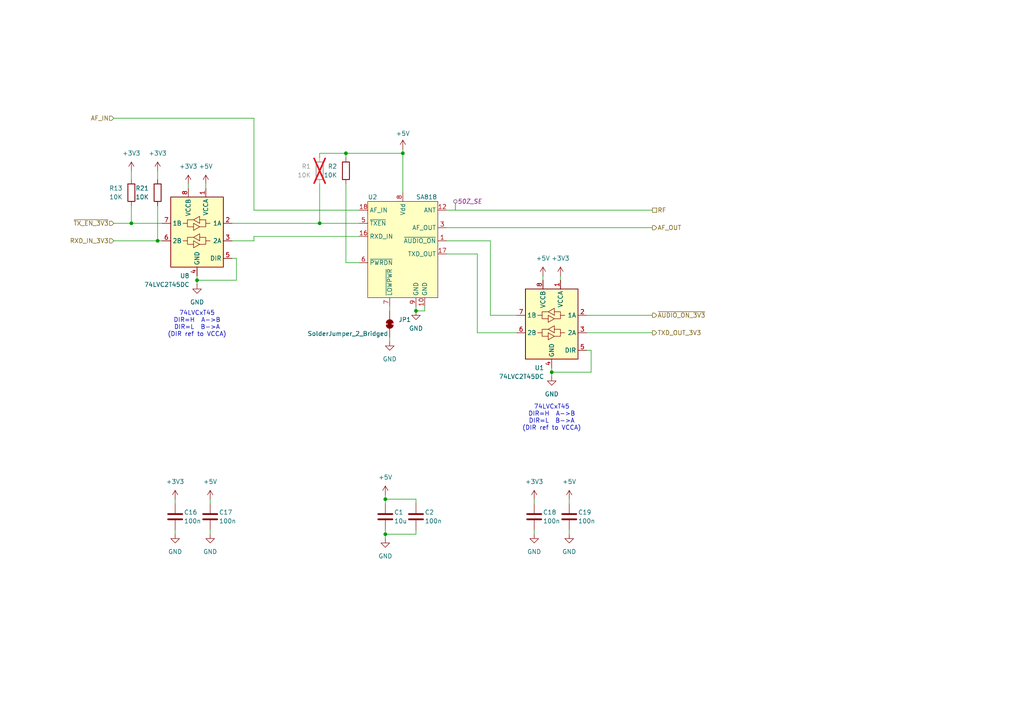
<source format=kicad_sch>
(kicad_sch (version 20231120) (generator "eeschema") (generator_version "8.0")
  (paper "A4")
  (title_block (title "RPi SA818 Hat") (rev "0.1") (company "Murgatroid Heavy Industries, LLC"))
  (lib_symbols
    (symbol "Device:C" (pin_numbers hide) (pin_names (offset 0.254))
      (property "Reference" "C" (at 0.635 2.54 0))
      (property "Value" "C" (at 0.635 -2.54 0))
      (symbol "C_0_1"
        (polyline (pts (xy -2.032 -0.762) (xy 2.032 -0.762)) (stroke (width 0.508)))
        (polyline (pts (xy -2.032 0.762) (xy 2.032 0.762)) (stroke (width 0.508)))
      )
      (symbol "C_1_1"
        (pin passive line (at 0 3.81 270) (length 2.794) (name "~") (number "1"))
        (pin passive line (at 0 -3.81 90) (length 2.794) (name "~") (number "2"))
      )
    )
    (symbol "Device:R" (pin_numbers hide) (pin_names (offset 0))
      (property "Reference" "R" (at 2.032 0 90))
      (property "Value" "R" (at 0 0 90))
      (symbol "R_0_1"
        (rectangle (start -1.016 -2.54) (end 1.016 2.54) (stroke (width 0.254)))
      )
      (symbol "R_1_1"
        (pin passive line (at 0 3.81 270) (length 1.27) (name "~") (number "1"))
        (pin passive line (at 0 -3.81 90) (length 1.27) (name "~") (number "2"))
      )
    )
    (symbol "Jumper:SolderJumper_2_Bridged" (pin_numbers hide) (pin_names (offset 0) hide) (exclude_from_sim yes) (in_bom no)
      (property "Reference" "JP" (at 0 2.032 0))
      (property "Value" "SolderJumper_2_Bridged" (at 0 -2.54 0))
      (symbol "SolderJumper_2_Bridged_0_1"
        (rectangle (start -0.508 0.508) (end 0.508 -0.508) (fill (type outline)))
        (arc (start -0.254 1.016) (mid -1.2656 0) (end -0.254 -1.016))
        (arc (start -0.254 1.016) (mid -1.2656 0) (end -0.254 -1.016) (fill (type outline)))
        (polyline (pts (xy -0.254 1.016) (xy -0.254 -1.016)))
        (polyline (pts (xy 0.254 1.016) (xy 0.254 -1.016)))
        (arc (start 0.254 -1.016) (mid 1.2656 0) (end 0.254 1.016))
        (arc (start 0.254 -1.016) (mid 1.2656 0) (end 0.254 1.016) (fill (type outline)))
      )
      (symbol "SolderJumper_2_Bridged_1_1"
        (pin passive line (at -3.81 0 0) (length 2.54) (name "A") (number "1"))
        (pin passive line (at 3.81 0 180) (length 2.54) (name "B") (number "2"))
      )
    )
    (symbol "Logic_LevelTranslator:74LVC2T45DC"
      (property "Reference" "U" (at 6.35 -11.43 0))
      (property "Value" "74LVC2T45DC" (at 10.16 11.43 0))
      (symbol "74LVC2T45DC_1_1"
        (rectangle (start -7.62 10.16) (end 7.62 -10.16) (stroke (width 0.254)) (fill (type background)))
        (polyline (pts (xy -2.54 -2.54) (xy -2.54 -1.524) (xy -0.762 -1.524)))
        (polyline (pts (xy -2.54 2.54) (xy -2.54 3.556) (xy -0.762 3.556)))
        (polyline (pts (xy 2.794 -2.54) (xy 2.794 -3.556) (xy 1.016 -3.556)))
        (polyline (pts (xy 2.794 2.54) (xy 2.794 1.524) (xy 1.016 1.524)))
        (polyline (pts (xy -0.762 -3.556) (xy -2.54 -3.556) (xy -2.54 -2.54) (xy -3.81 -2.54)))
        (polyline (pts (xy -0.762 -2.54) (xy -0.762 -0.508) (xy 1.016 -1.524) (xy -0.762 -2.54)))
        (polyline (pts (xy -0.762 1.524) (xy -2.54 1.524) (xy -2.54 2.54) (xy -3.81 2.54)))
        (polyline (pts (xy -0.762 2.54) (xy -0.762 4.572) (xy 1.016 3.556) (xy -0.762 2.54)))
        (polyline (pts (xy 1.016 -1.524) (xy 2.794 -1.524) (xy 2.794 -2.54) (xy 4.064 -2.54)))
        (polyline (pts (xy 1.016 3.556) (xy 2.794 3.556) (xy 2.794 2.54) (xy 4.064 2.54)))
        (polyline (pts (xy 1.016 -2.54) (xy 1.016 -4.318) (xy 1.016 -4.572) (xy -0.762 -3.556) (xy 1.016 -2.54)))
        (polyline (pts (xy 1.016 2.54) (xy 1.016 0.762) (xy 1.016 0.508) (xy -0.762 1.524) (xy 1.016 2.54)))
        (pin power_in line (at -2.54 12.7 270) (length 2.54) (name "VCCA") (number "1"))
        (pin bidirectional line (at -10.16 2.54 0) (length 2.54) (name "1A") (number "2"))
        (pin bidirectional line (at -10.16 -2.54 0) (length 2.54) (name "2A") (number "3"))
        (pin power_in line (at 0 -12.7 90) (length 2.54) (name "GND") (number "4"))
        (pin input line (at -10.16 -7.62 0) (length 2.54) (name "DIR") (number "5"))
        (pin bidirectional line (at 10.16 -2.54 180) (length 2.54) (name "2B") (number "6"))
        (pin bidirectional line (at 10.16 2.54 180) (length 2.54) (name "1B") (number "7"))
        (pin power_in line (at 2.54 12.7 270) (length 2.54) (name "VCCB") (number "8"))
      )
    )
    (symbol "power:+3V3" (power) (pin_numbers hide) (pin_names (offset 0) hide)
      (property "Value" "+3V3" (at 0 3.556 0))
      (symbol "+3V3_0_1"
        (polyline (pts (xy -0.762 1.27) (xy 0 2.54)))
        (polyline (pts (xy 0 0) (xy 0 2.54)))
        (polyline (pts (xy 0 2.54) (xy 0.762 1.27)))
      )
      (symbol "+3V3_1_1"
        (pin power_in line (at 0 0 90) (length 0) (name "~") (number "1"))
      )
    )
    (symbol "power:+5V" (power) (pin_numbers hide) (pin_names (offset 0) hide)
      (property "Value" "+5V" (at 0 3.556 0))
      (symbol "+5V_0_1"
        (polyline (pts (xy -0.762 1.27) (xy 0 2.54)))
        (polyline (pts (xy 0 0) (xy 0 2.54)))
        (polyline (pts (xy 0 2.54) (xy 0.762 1.27)))
      )
      (symbol "+5V_1_1"
        (pin power_in line (at 0 0 90) (length 0) (name "~") (number "1"))
      )
    )
    (symbol "power:GND" (power) (pin_numbers hide) (pin_names (offset 0) hide)
      (property "Value" "GND" (at 0 -3.81 0))
      (symbol "GND_0_1"
        (polyline (pts (xy 0 0) (xy 0 -1.27) (xy 1.27 -1.27) (xy 0 -2.54) (xy -1.27 -1.27) (xy 0 -1.27)))
      )
      (symbol "GND_1_1"
        (pin power_in line (at 0 0 270) (length 0) (name "~") (number "1"))
      )
    )
    (symbol "rpi_sa8x8hat:SA818"
      (property "Reference" "U" (at -8.89 15.24 0))
      (property "Value" "SA818" (at 6.35 15.24 0))
      (symbol "SA818_0_0"
        (pin output line (at 12.7 2.54 180) (length 2.54) (name "~{AUDIO_ON}") (number "1"))
        (pin power_in line (at 6.35 -16.51 90) (length 2.54) (name "GND") (number "10"))
        (pin passive line (at 12.7 11.43 180) (length 2.54) (name "ANT") (number "12"))
        (pin input line (at -12.7 3.81 0) (length 2.54) (name "RXD_IN") (number "16"))
        (pin output line (at 12.7 -1.27 180) (length 2.54) (name "TXD_OUT") (number "17"))
        (pin input line (at -12.7 11.43 0) (length 2.54) (name "AF_IN") (number "18"))
        (pin output line (at 12.7 6.35 180) (length 2.54) (name "AF_OUT") (number "3"))
        (pin input line (at -12.7 7.62 0) (length 2.54) (name "~{TXEN}") (number "5"))
        (pin input line (at -12.7 -3.81 0) (length 2.54) (name "~{PWRDN}") (number "6"))
        (pin input line (at -3.81 -16.51 90) (length 2.54) (name "~{LOWPWR}") (number "7"))
        (pin power_in line (at 0 16.51 270) (length 2.54) (name "Vdd") (number "8"))
        (pin power_in line (at 3.81 -16.51 90) (length 2.54) (name "GND") (number "9"))
      )
      (symbol "SA818_1_0"
        (pin no_connect line (at 7.62 -7.62 0) (length 2.54) hide (name "NC") (number "11"))
        (pin no_connect line (at 7.62 -8.89 0) (length 2.54) hide (name "NC") (number "13"))
        (pin no_connect line (at 7.62 -10.16 0) (length 2.54) hide (name "NC") (number "14"))
        (pin no_connect line (at 7.62 -11.43 0) (length 2.54) hide (name "NC") (number "15"))
        (pin no_connect line (at 7.62 -5.08 0) (length 2.54) hide (name "NC") (number "2"))
        (pin no_connect line (at 7.62 -6.35 0) (length 2.54) hide (name "NC") (number "4"))
        (pin no_connect line (at 7.62 -12.7 0) (length 2.54) hide (name "PAD") (number "PAD"))
      )
      (symbol "SA818_1_1"
        (rectangle (start -10.16 13.97) (end 10.16 -13.97) (fill (type background)))
      )
    )
  )
  (junction (at 116.84 44.45))
  (junction (at 38.1 64.77))
  (junction (at 111.76 154.94))
  (junction (at 111.76 144.78))
  (junction (at 45.72 69.85))
  (junction (at 100.33 44.45))
  (junction (at 57.15 81.28))
  (junction (at 120.65 90.17))
  (junction (at 160.02 107.95))
  (junction (at 92.71 64.77))
  (wire (pts (xy 59.69 53.34) (xy 59.69 54.61)))
  (wire (pts (xy 111.76 143.51) (xy 111.76 144.78)))
  (wire (pts (xy 38.1 64.77) (xy 46.99 64.77)))
  (wire (pts (xy 149.86 91.44) (xy 142.24 91.44)))
  (wire (pts (xy 129.54 66.04) (xy 189.23 66.04)))
  (wire (pts (xy 157.48 80.01) (xy 157.48 81.28)))
  (wire (pts (xy 38.1 59.69) (xy 38.1 64.77)))
  (wire (pts (xy 138.43 96.52) (xy 138.43 73.66)))
  (wire (pts (xy 170.18 91.44) (xy 189.23 91.44)))
  (wire (pts (xy 116.84 43.18) (xy 116.84 44.45)))
  (wire (pts (xy 100.33 76.2) (xy 104.14 76.2)))
  (wire (pts (xy 73.66 69.85) (xy 67.31 69.85)))
  (wire (pts (xy 129.54 69.85) (xy 142.24 69.85)))
  (wire (pts (xy 38.1 49.53) (xy 38.1 52.07)))
  (wire (pts (xy 73.66 68.58) (xy 73.66 69.85)))
  (wire (pts (xy 73.66 34.29) (xy 33.02 34.29)))
  (wire (pts (xy 113.03 88.9) (xy 113.03 90.17)))
  (wire (pts (xy 92.71 44.45) (xy 100.33 44.45)))
  (wire (pts (xy 160.02 107.95) (xy 160.02 109.22)))
  (wire (pts (xy 120.65 88.9) (xy 120.65 90.17)))
  (wire (pts (xy 123.19 90.17) (xy 120.65 90.17)))
  (wire (pts (xy 149.86 96.52) (xy 138.43 96.52)))
  (wire (pts (xy 111.76 154.94) (xy 111.76 156.21)))
  (wire (pts (xy 162.56 80.01) (xy 162.56 81.28)))
  (wire (pts (xy 68.58 81.28) (xy 57.15 81.28)))
  (wire (pts (xy 92.71 64.77) (xy 104.14 64.77)))
  (wire (pts (xy 171.45 107.95) (xy 160.02 107.95)))
  (wire (pts (xy 60.96 153.67) (xy 60.96 154.94)))
  (wire (pts (xy 50.8 144.78) (xy 50.8 146.05)))
  (wire (pts (xy 57.15 80.01) (xy 57.15 81.28)))
  (wire (pts (xy 171.45 101.6) (xy 171.45 107.95)))
  (wire (pts (xy 57.15 81.28) (xy 57.15 82.55)))
  (wire (pts (xy 170.18 96.52) (xy 189.23 96.52)))
  (wire (pts (xy 113.03 97.79) (xy 113.03 99.06)))
  (wire (pts (xy 111.76 144.78) (xy 111.76 146.05)))
  (wire (pts (xy 100.33 44.45) (xy 100.33 45.72)))
  (wire (pts (xy 100.33 44.45) (xy 116.84 44.45)))
  (wire (pts (xy 120.65 154.94) (xy 111.76 154.94)))
  (wire (pts (xy 50.8 153.67) (xy 50.8 154.94)))
  (wire (pts (xy 73.66 60.96) (xy 73.66 34.29)))
  (wire (pts (xy 60.96 144.78) (xy 60.96 146.05)))
  (wire (pts (xy 116.84 44.45) (xy 116.84 55.88)))
  (wire (pts (xy 123.19 88.9) (xy 123.19 90.17)))
  (wire (pts (xy 67.31 64.77) (xy 92.71 64.77)))
  (wire (pts (xy 120.65 146.05) (xy 120.65 144.78)))
  (wire (pts (xy 120.65 144.78) (xy 111.76 144.78)))
  (wire (pts (xy 92.71 44.45) (xy 92.71 45.72)))
  (wire (pts (xy 104.14 60.96) (xy 73.66 60.96)))
  (wire (pts (xy 33.02 69.85) (xy 45.72 69.85)))
  (wire (pts (xy 92.71 64.77) (xy 92.71 53.34)))
  (wire (pts (xy 45.72 49.53) (xy 45.72 52.07)))
  (wire (pts (xy 129.54 60.96) (xy 189.23 60.96)))
  (wire (pts (xy 170.18 101.6) (xy 171.45 101.6)))
  (wire (pts (xy 142.24 91.44) (xy 142.24 69.85)))
  (wire (pts (xy 138.43 73.66) (xy 129.54 73.66)))
  (wire (pts (xy 54.61 53.34) (xy 54.61 54.61)))
  (wire (pts (xy 154.94 153.67) (xy 154.94 154.94)))
  (wire (pts (xy 73.66 68.58) (xy 104.14 68.58)))
  (wire (pts (xy 120.65 153.67) (xy 120.65 154.94)))
  (wire (pts (xy 160.02 106.68) (xy 160.02 107.95)))
  (wire (pts (xy 165.1 144.78) (xy 165.1 146.05)))
  (wire (pts (xy 154.94 144.78) (xy 154.94 146.05)))
  (wire (pts (xy 33.02 64.77) (xy 38.1 64.77)))
  (wire (pts (xy 100.33 53.34) (xy 100.33 76.2)))
  (wire (pts (xy 68.58 74.93) (xy 68.58 81.28)))
  (wire (pts (xy 111.76 153.67) (xy 111.76 154.94)))
  (wire (pts (xy 165.1 153.67) (xy 165.1 154.94)))
  (wire (pts (xy 45.72 69.85) (xy 46.99 69.85)))
  (wire (pts (xy 45.72 59.69) (xy 45.72 69.85)))
  (wire (pts (xy 67.31 74.93) (xy 68.58 74.93)))
  (text "74LVCxT45\nDIR=H  A->B\nDIR=L  B->A\n(DIR ref to VCCA)\n" (at 160.02 121.158 0) (effects (font (size 1.27 1.27))))
  (text "74LVCxT45\nDIR=H  A->B\nDIR=L  B->A\n(DIR ref to VCCA)\n" (at 57.15 93.98 0) (effects (font (size 1.27 1.27))))
  (hierarchical_label "~{AUDIO_ON_3V3}" (shape output) (at 189.23 91.44 0))
  (hierarchical_label "RXD_IN_3V3" (shape input) (at 33.02 69.85 180))
  (hierarchical_label "TXD_OUT_3V3" (shape output) (at 189.23 96.52 0))
  (hierarchical_label "~{TX_EN_3V3}" (shape input) (at 33.02 64.77 180))
  (hierarchical_label "AF_OUT" (shape output) (at 189.23 66.04 0))
  (hierarchical_label "AF_IN" (shape input) (at 33.02 34.29 180))
  (hierarchical_label "RF" (shape passive) (at 189.23 60.96 0))
  (netclass_flag "" (length 2.54) (shape round) (at 132.08 60.96 0) (property "Netclass" "50Z_SE" (at 132.6896 58.42 0) (effects (font (italic yes)) (justify left))))
  (symbol (lib_id "power:GND") (at 57.15 82.55 0) (unit 1)
    (property "Reference" "#PWR032" (effects (hide yes)))
    (property "Value" "GND" (at 57.15 87.63 0))
    (property "Description" "Power symbol creates a global label with name \"GND\" , ground" (effects (hide yes)))
  )
  (symbol (lib_id "power:+3V3") (at 45.72 49.53 0) (unit 1)
    (property "Reference" "#PWR052" (effects (hide yes)))
    (property "Value" "+3V3" (at 45.72 44.45 0))
    (property "Description" "Power symbol creates a global label with name \"+3V3\"" (effects (hide yes)))
  )
  (symbol (lib_id "Device:C") (at 154.94 149.86 0) (unit 1)
    (property "Reference" "C18" (at 157.48 148.59 0) (effects (justify left)))
    (property "Value" "100n" (at 157.48 151.13 0) (effects (justify left)))
    (property "Description" "Unpolarized capacitor" (effects (hide yes)))
  )
  (symbol (lib_id "power:GND") (at 113.03 99.06 0) (unit 1)
    (property "Reference" "#PWR06" (effects (hide yes)))
    (property "Value" "GND" (at 113.03 104.14 0))
    (property "Description" "Power symbol creates a global label with name \"GND\" , ground" (effects (hide yes)))
  )
  (symbol (lib_id "Device:R") (at 92.71 49.53 0) (unit 1) (dnp yes)
    (property "Reference" "R1" (at 90.17 48.2599 0) (effects (justify right)))
    (property "Value" "10K" (at 90.17 50.7999 0) (effects (justify right)))
    (property "Description" "Resistor" (effects (hide yes)))
  )
  (symbol (lib_id "power:+3V3") (at 162.56 80.01 0) (unit 1)
    (property "Reference" "#PWR038" (effects (hide yes)))
    (property "Value" "+3V3" (at 162.56 74.93 0))
    (property "Description" "Power symbol creates a global label with name \"+3V3\"" (effects (hide yes)))
  )
  (symbol (lib_id "power:+5V") (at 60.96 144.78 0) (unit 1)
    (property "Reference" "#PWR035" (effects (hide yes)))
    (property "Value" "+5V" (at 60.96 139.7 0))
    (property "Description" "Power symbol creates a global label with name \"+5V\"" (effects (hide yes)))
  )
  (symbol (lib_id "Logic_LevelTranslator:74LVC2T45DC") (at 57.15 67.31 0) (mirror y) (unit 1)
    (property "Reference" "U8" (at 54.9559 80.01 0) (effects (justify left)))
    (property "Value" "74LVC2T45DC" (at 54.9559 82.55 0) (effects (justify left)))
    (property "Footprint" "Package_SO:VSSOP-8_2.3x2mm_P0.5mm" (effects (hide yes)))
    (property "Datasheet" "https://assets.nexperia.com/documents/data-sheet/74LVC_LVCH2T45.pdf" (effects (hide yes)))
    (property "Description" "Dual supply translating transceiver, 3-state, 2-bit, VSSOP-8" (effects (hide yes)))
  )
  (symbol (lib_id "power:+5V") (at 59.69 53.34 0) (unit 1)
    (property "Reference" "#PWR030" (effects (hide yes)))
    (property "Value" "+5V" (at 59.69 48.26 0))
    (property "Description" "Power symbol creates a global label with name \"+5V\"" (effects (hide yes)))
  )
  (symbol (lib_id "power:GND") (at 120.65 90.17 0) (unit 1)
    (property "Reference" "#PWR09" (effects (hide yes)))
    (property "Value" "GND" (at 120.65 95.25 0))
    (property "Description" "Power symbol creates a global label with name \"GND\" , ground" (effects (hide yes)))
  )
  (symbol (lib_id "power:GND") (at 154.94 154.94 0) (unit 1)
    (property "Reference" "#PWR040" (effects (hide yes)))
    (property "Value" "GND" (at 154.94 160.02 0))
    (property "Description" "Power symbol creates a global label with name \"GND\" , ground" (effects (hide yes)))
  )
  (symbol (lib_id "Jumper:SolderJumper_2_Bridged") (at 113.03 93.98 90) (unit 1)
    (property "Reference" "JP1" (at 115.57 92.71 90) (effects (justify right)))
    (property "Value" "SolderJumper_2_Bridged" (at 89.154 96.774 90) (effects (justify right)))
    (property "Description" "Solder Jumper, 2-pole, closed/bridged" (effects (hide yes)))
  )
  (symbol (lib_id "power:+5V") (at 157.48 80.01 0) (unit 1)
    (property "Reference" "#PWR034" (effects (hide yes)))
    (property "Value" "+5V" (at 157.48 74.93 0))
    (property "Description" "Power symbol creates a global label with name \"+5V\"" (effects (hide yes)))
  )
  (symbol (lib_id "power:+3V3") (at 154.94 144.78 0) (unit 1)
    (property "Reference" "#PWR039" (effects (hide yes)))
    (property "Value" "+3V3" (at 154.94 139.7 0))
    (property "Description" "Power symbol creates a global label with name \"+3V3\"" (effects (hide yes)))
  )
  (symbol (lib_id "Logic_LevelTranslator:74LVC2T45DC") (at 160.02 93.98 0) (mirror y) (unit 1)
    (property "Reference" "U1" (at 157.8259 106.68 0) (effects (justify left)))
    (property "Value" "74LVC2T45DC" (at 157.8259 109.22 0) (effects (justify left)))
    (property "Footprint" "Package_SO:VSSOP-8_2.3x2mm_P0.5mm" (effects (hide yes)))
    (property "Datasheet" "https://assets.nexperia.com/documents/data-sheet/74LVC_LVCH2T45.pdf" (effects (hide yes)))
    (property "Description" "Dual supply translating transceiver, 3-state, 2-bit, VSSOP-8" (effects (hide yes)))
  )
  (symbol (lib_id "Device:C") (at 120.65 149.86 0) (unit 1)
    (property "Reference" "C2" (at 123.19 148.59 0) (effects (justify left)))
    (property "Value" "100n" (at 123.19 151.13 0) (effects (justify left)))
    (property "Description" "Unpolarized capacitor" (effects (hide yes)))
  )
  (symbol (lib_id "rpi_sa8x8hat:SA818") (at 116.84 72.39 0) (unit 1)
    (property "Reference" "U2" (at 106.68 57.15 0) (effects (justify left)))
    (property "Value" "SA818" (at 120.65 57.15 0) (effects (justify left)))
    (property "Footprint" "rpi_sa8x8hat:SA8x8" (effects (hide yes)))
  )
  (symbol (lib_id "Device:R") (at 45.72 55.88 0) (unit 1)
    (property "Reference" "R21" (at 43.18 54.6099 0) (effects (justify right)))
    (property "Value" "10K" (at 43.18 57.1499 0) (effects (justify right)))
    (property "Description" "Resistor" (effects (hide yes)))
  )
  (symbol (lib_id "power:GND") (at 165.1 154.94 0) (unit 1)
    (property "Reference" "#PWR042" (effects (hide yes)))
    (property "Value" "GND" (at 165.1 160.02 0))
    (property "Description" "Power symbol creates a global label with name \"GND\" , ground" (effects (hide yes)))
  )
  (symbol (lib_id "Device:C") (at 111.76 149.86 0) (unit 1)
    (property "Reference" "C1" (at 114.3 148.59 0) (effects (justify left)))
    (property "Value" "10u" (at 114.3 151.13 0) (effects (justify left)))
    (property "Description" "Unpolarized capacitor" (effects (hide yes)))
  )
  (symbol (lib_id "power:GND") (at 60.96 154.94 0) (unit 1)
    (property "Reference" "#PWR037" (effects (hide yes)))
    (property "Value" "GND" (at 60.96 160.02 0))
    (property "Description" "Power symbol creates a global label with name \"GND\" , ground" (effects (hide yes)))
  )
  (symbol (lib_id "Device:R") (at 38.1 55.88 0) (unit 1)
    (property "Reference" "R13" (at 35.56 54.6099 0) (effects (justify right)))
    (property "Value" "10K" (at 35.56 57.1499 0) (effects (justify right)))
    (property "Description" "Resistor" (effects (hide yes)))
  )
  (symbol (lib_id "power:+3V3") (at 38.1 49.53 0) (unit 1)
    (property "Reference" "#PWR051" (effects (hide yes)))
    (property "Value" "+3V3" (at 38.1 44.45 0))
    (property "Description" "Power symbol creates a global label with name \"+3V3\"" (effects (hide yes)))
  )
  (symbol (lib_id "power:GND") (at 50.8 154.94 0) (unit 1)
    (property "Reference" "#PWR036" (effects (hide yes)))
    (property "Value" "GND" (at 50.8 160.02 0))
    (property "Description" "Power symbol creates a global label with name \"GND\" , ground" (effects (hide yes)))
  )
  (symbol (lib_id "power:+5V") (at 165.1 144.78 0) (unit 1)
    (property "Reference" "#PWR041" (effects (hide yes)))
    (property "Value" "+5V" (at 165.1 139.7 0))
    (property "Description" "Power symbol creates a global label with name \"+5V\"" (effects (hide yes)))
  )
  (symbol (lib_id "power:+5V") (at 111.76 143.51 0) (unit 1)
    (property "Reference" "#PWR02" (effects (hide yes)))
    (property "Value" "+5V" (at 111.76 138.43 0))
    (property "Description" "Power symbol creates a global label with name \"+5V\"" (effects (hide yes)))
  )
  (symbol (lib_id "Device:R") (at 100.33 49.53 0) (unit 1)
    (property "Reference" "R2" (at 97.79 48.2599 0) (effects (justify right)))
    (property "Value" "10K" (at 97.79 50.7999 0) (effects (justify right)))
    (property "Description" "Resistor" (effects (hide yes)))
  )
  (symbol (lib_id "Device:C") (at 60.96 149.86 0) (unit 1)
    (property "Reference" "C17" (at 63.5 148.59 0) (effects (justify left)))
    (property "Value" "100n" (at 63.5 151.13 0) (effects (justify left)))
    (property "Description" "Unpolarized capacitor" (effects (hide yes)))
  )
  (symbol (lib_id "power:+3V3") (at 50.8 144.78 0) (unit 1)
    (property "Reference" "#PWR033" (effects (hide yes)))
    (property "Value" "+3V3" (at 50.8 139.7 0))
    (property "Description" "Power symbol creates a global label with name \"+3V3\"" (effects (hide yes)))
  )
  (symbol (lib_id "power:GND") (at 160.02 109.22 0) (unit 1)
    (property "Reference" "#PWR031" (effects (hide yes)))
    (property "Value" "GND" (at 160.02 114.3 0))
    (property "Description" "Power symbol creates a global label with name \"GND\" , ground" (effects (hide yes)))
  )
  (symbol (lib_id "power:+3V3") (at 54.61 53.34 0) (unit 1)
    (property "Reference" "#PWR029" (effects (hide yes)))
    (property "Value" "+3V3" (at 54.61 48.26 0))
    (property "Description" "Power symbol creates a global label with name \"+3V3\"" (effects (hide yes)))
  )
  (symbol (lib_id "Device:C") (at 165.1 149.86 0) (unit 1)
    (property "Reference" "C19" (at 167.64 148.59 0) (effects (justify left)))
    (property "Value" "100n" (at 167.64 151.13 0) (effects (justify left)))
    (property "Description" "Unpolarized capacitor" (effects (hide yes)))
  )
  (symbol (lib_id "power:GND") (at 111.76 156.21 0) (unit 1)
    (property "Reference" "#PWR03" (effects (hide yes)))
    (property "Value" "GND" (at 111.76 161.29 0))
    (property "Description" "Power symbol creates a global label with name \"GND\" , ground" (effects (hide yes)))
  )
  (symbol (lib_id "power:+5V") (at 116.84 43.18 0) (unit 1)
    (property "Reference" "#PWR07" (effects (hide yes)))
    (property "Value" "+5V" (at 116.84 38.735 0))
    (property "Description" "Power symbol creates a global label with name \"+5V\"" (effects (hide yes)))
  )
  (symbol (lib_id "Device:C") (at 50.8 149.86 0) (unit 1)
    (property "Reference" "C16" (at 53.34 148.59 0) (effects (justify left)))
    (property "Value" "100n" (at 53.34 151.13 0) (effects (justify left)))
    (property "Description" "Unpolarized capacitor" (effects (hide yes)))
  )
)
</source>
